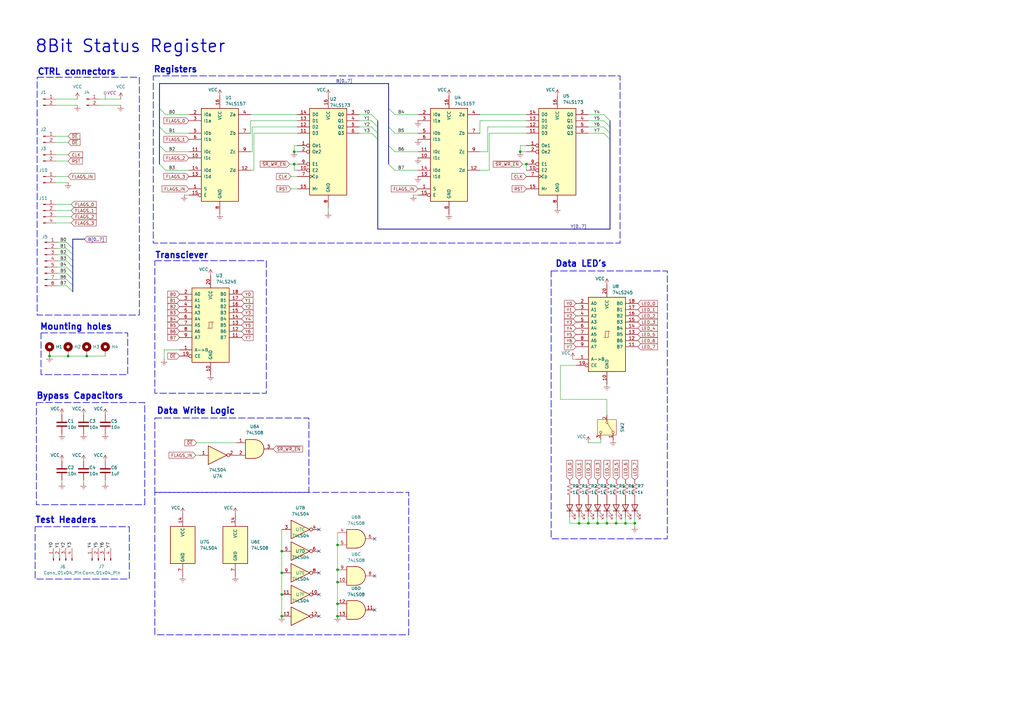
<source format=kicad_sch>
(kicad_sch (version 20231120) (generator "eeschema") (generator_version "8.0")
  (paper "A3")
  (title_block (title "GP Register - SH8") (date "2024-09-24") (rev "1.0") (company "SHMERLARD"))
  (junction (at 245.11 214.63))
  (junction (at 138.43 238.76))
  (junction (at 138.43 233.68))
  (junction (at 120.65 62.23))
  (junction (at 115.57 226.06))
  (junction (at 138.43 252.73))
  (junction (at 115.57 234.95))
  (junction (at 215.9 67.31))
  (junction (at 27.94 146.05))
  (junction (at 115.57 243.84))
  (junction (at 138.43 247.65))
  (junction (at 237.49 214.63))
  (junction (at 241.3 214.63))
  (junction (at 115.57 252.73))
  (junction (at 35.56 146.05))
  (junction (at 256.54 214.63))
  (junction (at 252.73 214.63))
  (junction (at 120.65 67.31))
  (junction (at 20.32 146.05))
  (junction (at 138.43 223.52))
  (junction (at 248.92 214.63))
  (junction (at 260.35 214.63))
  (junction (at 213.36 62.23))
  (no_connect (at 130.81 243.84))
  (no_connect (at 153.67 250.19))
  (no_connect (at 130.81 234.95))
  (no_connect (at 130.81 226.06))
  (no_connect (at 153.67 220.98))
  (no_connect (at 130.81 252.73))
  (no_connect (at 153.67 236.22))
  (no_connect (at 130.81 217.17))
  (bus_entry (at 27.305 117.1575) (size 2.54 2.54))
  (bus_entry (at 161.925 46.99) (size -2.54 -2.54))
  (bus_entry (at 247.65 46.99) (size 2.54 2.54))
  (bus_entry (at 65.405 52.07) (size 2.54 2.54))
  (bus_entry (at 247.65 54.61) (size 2.54 2.54))
  (bus_entry (at 27.305 109.5375) (size 2.54 2.54))
  (bus_entry (at 65.405 59.69) (size 2.54 2.54))
  (bus_entry (at 159.385 67.31) (size 2.54 2.54))
  (bus_entry (at 27.305 101.9175) (size 2.54 2.54))
  (bus_entry (at 27.305 112.0775) (size 2.54 2.54))
  (bus_entry (at 152.4 52.07) (size 2.54 2.54))
  (bus_entry (at 27.305 99.3775) (size 2.54 2.54))
  (bus_entry (at 159.385 59.69) (size 2.54 2.54))
  (bus_entry (at 247.65 49.53) (size 2.54 2.54))
  (bus_entry (at 152.4 46.99) (size 2.54 2.54))
  (bus_entry (at 247.65 52.07) (size 2.54 2.54))
  (bus_entry (at 152.4 54.61) (size 2.54 2.54))
  (bus_entry (at 27.305 106.9975) (size 2.54 2.54))
  (bus_entry (at 67.945 46.99) (size -2.54 -2.54))
  (bus_entry (at 27.305 114.6175) (size 2.54 2.54))
  (bus_entry (at 152.4 49.53) (size 2.54 2.54))
  (bus_entry (at 65.405 67.31) (size 2.54 2.54))
  (bus_entry (at 27.305 104.4575) (size 2.54 2.54))
  (bus_entry (at 159.385 52.07) (size 2.54 2.54))
  (wire (pts (xy 241.3 214.63) (xy 241.3 212.09)))
  (wire (pts (xy 104.14 69.85) (xy 102.87 69.85)))
  (bus (pts (xy 159.385 44.45) (xy 159.385 52.07)))
  (bus (pts (xy 250.19 49.53) (xy 250.19 52.07)))
  (wire (pts (xy 29.21 83.82) (xy 22.86 83.82)))
  (wire (pts (xy 102.87 49.53) (xy 102.87 54.61)))
  (wire (pts (xy 67.945 54.61) (xy 77.47 54.61)))
  (wire (pts (xy 34.29 196.85) (xy 34.29 198.12)))
  (wire (pts (xy 102.87 46.99) (xy 121.92 46.99)))
  (wire (pts (xy 120.65 67.31) (xy 121.92 67.31)))
  (wire (pts (xy 161.925 62.23) (xy 171.45 62.23)))
  (bus (pts (xy 250.19 52.07) (xy 250.19 54.61)))
  (wire (pts (xy 23.495 109.5375) (xy 27.305 109.5375)))
  (wire (pts (xy 120.65 67.31) (xy 120.65 69.85)))
  (bus (pts (xy 29.845 101.9175) (xy 29.845 104.4575)))
  (wire (pts (xy 138.43 233.68) (xy 138.43 238.76)))
  (bus (pts (xy 29.845 109.5375) (xy 29.845 106.9975)))
  (wire (pts (xy 22.86 72.39) (xy 27.94 72.39)))
  (wire (pts (xy 200.025 52.07) (xy 215.9 52.07)))
  (bus (pts (xy 65.405 34.29) (xy 65.405 44.45)))
  (wire (pts (xy 196.85 49.53) (xy 196.85 54.61)))
  (wire (pts (xy 118.745 67.31) (xy 120.65 67.31)))
  (wire (pts (xy 25.4 196.85) (xy 25.4 198.12)))
  (bus (pts (xy 29.845 109.5375) (xy 29.845 112.0775)))
  (wire (pts (xy 241.3 181.61) (xy 246.38 181.61)))
  (wire (pts (xy 213.36 62.23) (xy 213.36 59.69)))
  (bus (pts (xy 29.845 119.6975) (xy 29.845 117.1575)))
  (bus (pts (xy 65.405 44.45) (xy 65.405 52.07)))
  (wire (pts (xy 40.64 43.18) (xy 49.53 43.18)))
  (wire (pts (xy 67.945 69.85) (xy 77.47 69.85)))
  (wire (pts (xy 260.35 214.63) (xy 260.35 212.09)))
  (wire (pts (xy 43.18 196.85) (xy 43.18 198.12)))
  (wire (pts (xy 147.32 54.61) (xy 152.4 54.61)))
  (wire (pts (xy 40.64 40.64) (xy 49.53 40.64)))
  (wire (pts (xy 35.56 146.05) (xy 43.18 146.05)))
  (wire (pts (xy 196.85 62.23) (xy 200.025 62.23)))
  (wire (pts (xy 256.54 214.63) (xy 256.54 212.09)))
  (wire (pts (xy 138.43 247.65) (xy 138.43 252.73)))
  (wire (pts (xy 120.65 69.85) (xy 121.92 69.85)))
  (wire (pts (xy 102.87 62.23) (xy 103.505 62.23)))
  (wire (pts (xy 22.86 58.42) (xy 27.94 58.42)))
  (bus (pts (xy 250.19 57.15) (xy 250.19 93.98)))
  (wire (pts (xy 138.43 218.44) (xy 138.43 223.52)))
  (wire (pts (xy 120.65 62.23) (xy 121.92 62.23)))
  (wire (pts (xy 213.36 62.23) (xy 215.9 62.23)))
  (wire (pts (xy 200.66 54.61) (xy 200.66 69.85)))
  (bus (pts (xy 154.94 57.15) (xy 154.94 93.98)))
  (wire (pts (xy 260.35 214.63) (xy 256.54 214.63)))
  (wire (pts (xy 27.94 146.05) (xy 35.56 146.05)))
  (wire (pts (xy 23.495 99.3775) (xy 27.305 99.3775)))
  (wire (pts (xy 119.38 77.47) (xy 121.92 77.47)))
  (wire (pts (xy 23.495 112.0775) (xy 27.305 112.0775)))
  (wire (pts (xy 200.025 62.23) (xy 200.025 52.07)))
  (wire (pts (xy 237.49 214.63) (xy 237.49 212.09)))
  (wire (pts (xy 29.21 91.44) (xy 22.86 91.44)))
  (wire (pts (xy 22.86 55.88) (xy 27.94 55.88)))
  (bus (pts (xy 29.845 112.0775) (xy 29.845 114.6175)))
  (wire (pts (xy 147.32 52.07) (xy 152.4 52.07)))
  (bus (pts (xy 65.405 59.69) (xy 65.405 67.31)))
  (wire (pts (xy 138.43 223.52) (xy 138.43 233.68)))
  (wire (pts (xy 241.3 54.61) (xy 247.65 54.61)))
  (wire (pts (xy 115.57 226.06) (xy 115.57 234.95)))
  (wire (pts (xy 241.3 46.99) (xy 247.65 46.99)))
  (wire (pts (xy 241.3 49.53) (xy 247.65 49.53)))
  (wire (pts (xy 103.505 52.07) (xy 121.92 52.07)))
  (wire (pts (xy 134.62 85.09) (xy 134.62 86.995)))
  (wire (pts (xy 200.66 54.61) (xy 215.9 54.61)))
  (wire (pts (xy 138.43 238.76) (xy 138.43 247.65)))
  (wire (pts (xy 29.21 86.36) (xy 22.86 86.36)))
  (wire (pts (xy 252.73 214.63) (xy 256.54 214.63)))
  (bus (pts (xy 65.405 52.07) (xy 65.405 59.69)))
  (wire (pts (xy 29.21 88.9) (xy 22.86 88.9)))
  (wire (pts (xy 103.505 62.23) (xy 103.505 52.07)))
  (bus (pts (xy 159.385 34.29) (xy 159.385 44.45)))
  (wire (pts (xy 237.49 214.63) (xy 241.3 214.63)))
  (wire (pts (xy 23.495 114.6175) (xy 27.305 114.6175)))
  (bus (pts (xy 29.845 106.9975) (xy 29.845 104.4575)))
  (wire (pts (xy 215.9 67.31) (xy 214.3125 67.31)))
  (wire (pts (xy 115.57 234.95) (xy 115.57 243.84)))
  (wire (pts (xy 213.36 59.69) (xy 215.9 59.69)))
  (wire (pts (xy 234.95 147.32) (xy 236.22 147.32)))
  (wire (pts (xy 67.945 46.99) (xy 77.47 46.99)))
  (bus (pts (xy 154.94 52.07) (xy 154.94 54.61)))
  (bus (pts (xy 29.845 101.9175) (xy 29.845 98.1075)))
  (wire (pts (xy 115.57 243.84) (xy 115.57 252.73)))
  (wire (pts (xy 196.85 46.99) (xy 215.9 46.99)))
  (wire (pts (xy 104.14 54.61) (xy 121.92 54.61)))
  (wire (pts (xy 215.9 69.85) (xy 215.9 67.31)))
  (wire (pts (xy 80.645 181.61) (xy 96.8375 181.61)))
  (wire (pts (xy 161.925 54.61) (xy 171.45 54.61)))
  (wire (pts (xy 200.66 69.85) (xy 196.85 69.85)))
  (wire (pts (xy 23.495 101.9175) (xy 27.305 101.9175)))
  (wire (pts (xy 233.68 214.63) (xy 237.49 214.63)))
  (wire (pts (xy 104.14 54.61) (xy 104.14 69.85)))
  (wire (pts (xy 120.65 59.69) (xy 120.65 62.23)))
  (wire (pts (xy 67.945 62.23) (xy 77.47 62.23)))
  (wire (pts (xy 22.86 63.5) (xy 27.94 63.5)))
  (wire (pts (xy 252.73 214.63) (xy 252.73 212.09)))
  (wire (pts (xy 115.57 217.17) (xy 115.57 226.06)))
  (wire (pts (xy 246.38 180.34) (xy 246.38 181.61)))
  (wire (pts (xy 22.86 66.04) (xy 27.94 66.04)))
  (wire (pts (xy 260.35 215.9) (xy 260.35 214.63)))
  (wire (pts (xy 245.11 214.63) (xy 248.92 214.63)))
  (wire (pts (xy 196.85 49.53) (xy 215.9 49.53)))
  (wire (pts (xy 75.565 80.01) (xy 77.47 80.01)))
  (wire (pts (xy 147.32 49.53) (xy 152.4 49.53)))
  (wire (pts (xy 245.11 214.63) (xy 245.11 212.09)))
  (wire (pts (xy 248.92 214.63) (xy 248.92 212.09)))
  (wire (pts (xy 23.495 106.9975) (xy 27.305 106.9975)))
  (bus (pts (xy 154.94 49.53) (xy 154.94 52.07)))
  (bus (pts (xy 154.94 93.98) (xy 250.19 93.98)))
  (wire (pts (xy 233.68 214.63) (xy 233.68 212.09)))
  (bus (pts (xy 29.845 98.1075) (xy 34.6075 98.1075)))
  (bus (pts (xy 154.94 54.61) (xy 154.94 57.15)))
  (wire (pts (xy 229.87 163.83) (xy 229.87 149.86)))
  (wire (pts (xy 67.31 147.32) (xy 67.31 143.51)))
  (wire (pts (xy 102.87 49.53) (xy 121.92 49.53)))
  (wire (pts (xy 248.92 214.63) (xy 252.73 214.63)))
  (wire (pts (xy 229.87 149.86) (xy 236.22 149.86)))
  (bus (pts (xy 159.385 59.69) (xy 159.385 67.31)))
  (wire (pts (xy 80.3275 186.69) (xy 81.5975 186.69)))
  (wire (pts (xy 121.92 59.69) (xy 120.65 59.69)))
  (wire (pts (xy 119.38 72.39) (xy 121.92 72.39)))
  (bus (pts (xy 29.845 117.1575) (xy 29.845 114.6175)))
  (bus (pts (xy 65.405 34.29) (xy 159.385 34.29)))
  (wire (pts (xy 241.3 52.07) (xy 247.65 52.07)))
  (wire (pts (xy 169.545 80.01) (xy 171.45 80.01)))
  (bus (pts (xy 159.385 52.07) (xy 159.385 59.69)))
  (wire (pts (xy 67.31 143.51) (xy 73.66 143.51)))
  (wire (pts (xy 20.32 146.05) (xy 27.94 146.05)))
  (wire (pts (xy 23.495 104.4575) (xy 27.305 104.4575)))
  (wire (pts (xy 147.32 46.99) (xy 152.4 46.99)))
  (wire (pts (xy 22.86 40.64) (xy 31.75 40.64)))
  (wire (pts (xy 23.495 117.1575) (xy 27.305 117.1575)))
  (wire (pts (xy 161.925 69.85) (xy 171.45 69.85)))
  (wire (pts (xy 161.925 46.99) (xy 171.45 46.99)))
  (wire (pts (xy 241.3 214.63) (xy 245.11 214.63)))
  (wire (pts (xy 22.86 74.93) (xy 27.94 74.93)))
  (wire (pts (xy 248.92 163.83) (xy 229.87 163.83)))
  (wire (pts (xy 248.92 163.83) (xy 248.92 170.18)))
  (bus (pts (xy 250.19 54.61) (xy 250.19 57.15)))
  (wire (pts (xy 22.86 43.18) (xy 31.75 43.18)))
  (rectangle (start 63.5 106.934) (end 109.22 161.29) (stroke (width 0.254) (type dash)))
  (rectangle (start 15.24 31.6865) (end 57.15 129.2225) (stroke (width 0.254) (type dash)))
  (rectangle (start 63.5 201.93) (end 167.64 260.35) (stroke (width 0.254) (type dash)))
  (rectangle (start 16.8275 136.525) (end 52.3875 153.67) (stroke (width 0.254) (type dash)))
  (rectangle (start 14.9225 165.1) (end 59.3725 207.01) (stroke (width 0.254) (type dash)))
  (rectangle (start 14.4145 216.027) (end 53.0225 237.49) (stroke (width 0.254) (type dash)))
  (rectangle (start 63.5 171.45) (end 126.6825 201.93) (stroke (width 0.254) (type dash)))
  (rectangle (start 226.06 111.125) (end 273.685 220.98) (stroke (width 0.254) (type dash)))
  (rectangle (start 62.865 31.115) (end 254.3175 99.695) (stroke (width 0.254) (type dash)))
  (text "8Bit Status Register" (at 14.224 19.05 0) (effects (font (size 5.08 5.08) (thickness 0.508) (bold yes)) (justify left)))
  (text "Bypass Capacitors\n" (at 14.7955 162.433 0) (effects (font (size 2.54 2.54) (thickness 0.508) (bold yes)) (justify left)))
  (text "Registers" (at 62.865 28.575 0) (effects (font (size 2.54 2.54) (thickness 0.508) (bold yes)) (justify left)))
  (text "Mounting holes" (at 16.256 134.112 0) (effects (font (size 2.54 2.54) (thickness 0.508) (bold yes)) (justify left)))
  (text "Data LED's\n" (at 227.6475 108.2675 0) (effects (font (size 2.54 2.54) (thickness 0.508) (bold yes)) (justify left)))
  (text "Test Headers" (at 14.2875 213.36 0) (effects (font (size 2.54 2.54) (thickness 0.508) (bold yes)) (justify left)))
  (text "Data Write Logic\n" (at 64.135 168.5925 0) (effects (font (size 2.54 2.54) (thickness 0.508) (bold yes)) (justify left)))
  (text "CTRL connectors\n" (at 15.24 29.5275 0) (effects (font (size 2.54 2.54) (thickness 0.508) (bold yes)) (justify left)))
  (text "Transciever\n" (at 63.5 104.775 0) (effects (font (size 2.54 2.54) (thickness 0.508) (bold yes)) (justify left)))
  (label "B0" (at 27.305 99.3775 180))
  (label "B2" (at 27.305 104.4575 180))
  (label "B1" (at 69.215 54.61 0))
  (label "B0" (at 69.215 46.99 0))
  (label "Y1" (at 24.4475 224.79 90))
  (label "B6" (at 27.305 114.6175 180))
  (label "B3" (at 69.215 69.85 0))
  (label "Y6" (at 42.8625 224.79 90))
  (label "Y2" (at 26.9875 224.79 90))
  (label "Y6" (at 246.0625 52.07 180))
  (label "B7" (at 163.195 69.85 0))
  (label "B[0..7]" (at 137.795 34.29 0))
  (label "B5" (at 163.195 54.61 0))
  (label "B4" (at 27.305 109.5375 180))
  (label "B4" (at 163.195 46.99 0))
  (label "Y0" (at 151.765 46.99 180))
  (label "B5" (at 27.305 112.0775 180))
  (label "Y0" (at 21.9075 224.79 90))
  (label "Y[0..7]" (at 233.9975 93.98 0))
  (label "Y5" (at 246.0625 49.53 180))
  (label "B1" (at 27.305 101.9175 180))
  (label "Y4" (at 246.0625 46.99 180))
  (label "Y1" (at 151.765 49.53 180))
  (label "Y3" (at 151.765 54.61 180))
  (label "B7" (at 27.305 117.1575 180))
  (label "B3" (at 27.305 106.9975 180))
  (label "Y7" (at 246.0625 54.61 180))
  (label "Y4" (at 37.7825 224.79 90))
  (label "Y5" (at 40.3225 224.79 90))
  (label "Y3" (at 29.5275 224.79 90))
  (label "Y7" (at 45.4025 224.79 90))
  (label "Y2" (at 151.765 52.07 180))
  (label "B2" (at 69.215 62.23 0))
  (label "B6" (at 163.195 62.23 0))
  (global_label "FLAGS_IN" (shape input) (at 171.45 77.47 180) (property "Intersheetrefs" "${INTERSHEET_REFS}" (effects (hide yes))))
  (global_label "B2" (shape input) (at 73.66 125.73 180) (property "Intersheetrefs" "${INTERSHEET_REFS}" (effects (hide yes))))
  (global_label "Y1" (shape input) (at 99.06 123.19 0) (property "Intersheetrefs" "${INTERSHEET_REFS}" (effects (hide yes))))
  (global_label "FLAGS_1" (shape input) (at 29.21 86.36 0) (property "Intersheetrefs" "${INTERSHEET_REFS}" (effects (hide yes))))
  (global_label "~{DE}" (shape input) (at 27.94 55.88 0) (property "Intersheetrefs" "${INTERSHEET_REFS}" (effects (hide yes))))
  (global_label "B1" (shape input) (at 73.66 123.19 180) (property "Intersheetrefs" "${INTERSHEET_REFS}" (effects (hide yes))))
  (global_label "RST" (shape input) (at 215.9 77.47 180) (property "Intersheetrefs" "${INTERSHEET_REFS}" (effects (hide yes))))
  (global_label "Y4" (shape input) (at 236.22 134.62 180) (property "Intersheetrefs" "${INTERSHEET_REFS}" (effects (hide yes))))
  (global_label "B0" (shape input) (at 73.66 120.65 180) (property "Intersheetrefs" "${INTERSHEET_REFS}" (effects (hide yes))))
  (global_label "Y0" (shape input) (at 236.22 124.46 180) (property "Intersheetrefs" "${INTERSHEET_REFS}" (effects (hide yes))))
  (global_label "CLK" (shape input) (at 215.9 72.39 180) (property "Intersheetrefs" "${INTERSHEET_REFS}" (effects (hide yes))))
  (global_label "Y1" (shape input) (at 236.22 127 180) (property "Intersheetrefs" "${INTERSHEET_REFS}" (effects (hide yes))))
  (global_label "FLAGS_2" (shape input) (at 77.47 64.77 180) (property "Intersheetrefs" "${INTERSHEET_REFS}" (effects (hide yes))))
  (global_label "LED_7" (shape input) (at 261.62 142.24 0) (property "Intersheetrefs" "${INTERSHEET_REFS}" (effects (hide yes))))
  (global_label "LED_5" (shape input) (at 261.62 137.16 0) (property "Intersheetrefs" "${INTERSHEET_REFS}" (effects (hide yes))))
  (global_label "Y7" (shape input) (at 236.22 142.24 180) (property "Intersheetrefs" "${INTERSHEET_REFS}" (effects (hide yes))))
  (global_label "~{DE}" (shape input) (at 80.645 181.61 180) (property "Intersheetrefs" "${INTERSHEET_REFS}" (effects (hide yes))))
  (global_label "LED_1" (shape input) (at 237.49 196.85 90) (property "Intersheetrefs" "${INTERSHEET_REFS}" (effects (hide yes))))
  (global_label "B3" (shape input) (at 73.66 128.27 180) (property "Intersheetrefs" "${INTERSHEET_REFS}" (effects (hide yes))))
  (global_label "Y6" (shape input) (at 99.06 135.89 0) (property "Intersheetrefs" "${INTERSHEET_REFS}" (effects (hide yes))))
  (global_label "FLAGS_IN" (shape input) (at 80.3275 186.69 180) (property "Intersheetrefs" "${INTERSHEET_REFS}" (effects (hide yes))))
  (global_label "LED_3" (shape input) (at 261.62 132.08 0) (property "Intersheetrefs" "${INTERSHEET_REFS}" (effects (hide yes))))
  (global_label "Y4" (shape input) (at 99.06 130.81 0) (property "Intersheetrefs" "${INTERSHEET_REFS}" (effects (hide yes))))
  (global_label "LED_4" (shape input) (at 248.92 196.85 90) (property "Intersheetrefs" "${INTERSHEET_REFS}" (effects (hide yes))))
  (global_label "LED_1" (shape input) (at 261.62 127 0) (property "Intersheetrefs" "${INTERSHEET_REFS}" (effects (hide yes))))
  (global_label "FLAGS_1" (shape input) (at 77.47 57.15 180) (property "Intersheetrefs" "${INTERSHEET_REFS}" (effects (hide yes))))
  (global_label "LED_7" (shape input) (at 260.35 196.85 90) (property "Intersheetrefs" "${INTERSHEET_REFS}" (effects (hide yes))))
  (global_label "FLAGS_IN" (shape input) (at 27.94 72.39 0) (property "Intersheetrefs" "${INTERSHEET_REFS}" (effects (hide yes))))
  (global_label "LED_6" (shape input) (at 261.62 139.7 0) (property "Intersheetrefs" "${INTERSHEET_REFS}" (effects (hide yes))))
  (global_label "Y6" (shape input) (at 236.22 139.7 180) (property "Intersheetrefs" "${INTERSHEET_REFS}" (effects (hide yes))))
  (global_label "LED_0" (shape input) (at 261.62 124.46 0) (property "Intersheetrefs" "${INTERSHEET_REFS}" (effects (hide yes))))
  (global_label "Y0" (shape input) (at 99.06 120.65 0) (property "Intersheetrefs" "${INTERSHEET_REFS}" (effects (hide yes))))
  (global_label "FLAGS_0" (shape input) (at 77.47 49.53 180) (property "Intersheetrefs" "${INTERSHEET_REFS}" (effects (hide yes))))
  (global_label "LED_2" (shape input) (at 241.3 196.85 90) (property "Intersheetrefs" "${INTERSHEET_REFS}" (effects (hide yes))))
  (global_label "Y5" (shape input) (at 99.06 133.35 0) (property "Intersheetrefs" "${INTERSHEET_REFS}" (effects (hide yes))))
  (global_label "LED_3" (shape input) (at 245.11 196.85 90) (property "Intersheetrefs" "${INTERSHEET_REFS}" (effects (hide yes))))
  (global_label "CLK" (shape input) (at 27.94 63.5 0) (property "Intersheetrefs" "${INTERSHEET_REFS}" (effects (hide yes))))
  (global_label "B6" (shape input) (at 73.66 135.89 180) (property "Intersheetrefs" "${INTERSHEET_REFS}" (effects (hide yes))))
  (global_label "LED_4" (shape input) (at 261.62 134.62 0) (property "Intersheetrefs" "${INTERSHEET_REFS}" (effects (hide yes))))
  (global_label "Y5" (shape input) (at 236.22 137.16 180) (property "Intersheetrefs" "${INTERSHEET_REFS}" (effects (hide yes))))
  (global_label "~{SR_WR_EN}" (shape input) (at 214.3125 67.31 180) (property "Intersheetrefs" "${INTERSHEET_REFS}" (effects (hide yes))))
  (global_label "~{SR_WR_EN}" (shape input) (at 112.0775 184.15 0) (property "Intersheetrefs" "${INTERSHEET_REFS}" (effects (hide yes))))
  (global_label "FLAGS_0" (shape input) (at 29.21 83.82 0) (property "Intersheetrefs" "${INTERSHEET_REFS}" (effects (hide yes))))
  (global_label "B7" (shape input) (at 73.66 138.43 180) (property "Intersheetrefs" "${INTERSHEET_REFS}" (effects (hide yes))))
  (global_label "FLAGS_3" (shape input) (at 77.47 72.39 180) (property "Intersheetrefs" "${INTERSHEET_REFS}" (effects (hide yes))))
  (global_label "LED_0" (shape input) (at 233.68 196.85 90) (property "Intersheetrefs" "${INTERSHEET_REFS}" (effects (hide yes))))
  (global_label "~{OE}" (shape input) (at 73.66 146.05 180) (property "Intersheetrefs" "${INTERSHEET_REFS}" (effects (hide yes))))
  (global_label "Y2" (shape input) (at 99.06 125.73 0) (property "Intersheetrefs" "${INTERSHEET_REFS}" (effects (hide yes))))
  (global_label "CLK" (shape input) (at 119.38 72.39 180) (property "Intersheetrefs" "${INTERSHEET_REFS}" (effects (hide yes))))
  (global_label "B5" (shape input) (at 73.66 133.35 180) (property "Intersheetrefs" "${INTERSHEET_REFS}" (effects (hide yes))))
  (global_label "Y3" (shape input) (at 99.06 128.27 0) (property "Intersheetrefs" "${INTERSHEET_REFS}" (effects (hide yes))))
  (global_label "RST" (shape input) (at 119.38 77.47 180) (property "Intersheetrefs" "${INTERSHEET_REFS}" (effects (hide yes))))
  (global_label "B4" (shape input) (at 73.66 130.81 180) (property "Intersheetrefs" "${INTERSHEET_REFS}" (effects (hide yes))))
  (global_label "FLAGS_2" (shape input) (at 29.21 88.9 0) (property "Intersheetrefs" "${INTERSHEET_REFS}" (effects (hide yes))))
  (global_label "Y3" (shape input) (at 236.22 132.08 180) (property "Intersheetrefs" "${INTERSHEET_REFS}" (effects (hide yes))))
  (global_label "LED_6" (shape input) (at 256.54 196.85 90) (property "Intersheetrefs" "${INTERSHEET_REFS}" (effects (hide yes))))
  (global_label "~{OE}" (shape input) (at 27.94 58.42 0) (property "Intersheetrefs" "${INTERSHEET_REFS}" (effects (hide yes))))
  (global_label "LED_2" (shape input) (at 261.62 129.54 0) (property "Intersheetrefs" "${INTERSHEET_REFS}" (effects (hide yes))))
  (global_label "Y2" (shape input) (at 236.22 129.54 180) (property "Intersheetrefs" "${INTERSHEET_REFS}" (effects (hide yes))))
  (global_label "LED_5" (shape input) (at 252.73 196.85 90) (property "Intersheetrefs" "${INTERSHEET_REFS}" (effects (hide yes))))
  (global_label "~{SR_WR_EN}" (shape input) (at 118.745 67.31 180) (property "Intersheetrefs" "${INTERSHEET_REFS}" (effects (hide yes))))
  (global_label "RST" (shape input) (at 27.94 66.04 0) (property "Intersheetrefs" "${INTERSHEET_REFS}" (effects (hide yes))))
  (global_label "FLAGS_IN" (shape input) (at 77.47 77.47 180) (property "Intersheetrefs" "${INTERSHEET_REFS}" (effects (hide yes))))
  (global_label "Y7" (shape input) (at 99.06 138.43 0) (property "Intersheetrefs" "${INTERSHEET_REFS}" (effects (hide yes))))
  (global_label "FLAGS_3" (shape input) (at 29.21 91.44 0) (property "Intersheetrefs" "${INTERSHEET_REFS}" (effects (hide yes))))
  (global_label "B[0..7]" (shape input) (at 34.6075 98.1075 0) (property "Intersheetrefs" "${INTERSHEET_REFS}" (effects (hide yes))))
  (netclass_flag "" (length 2.54) (shape round) (at 43.18 40.64 0) (property "Netclass" "VCC" (at 43.8785 38.1 0) (effects (font (italic yes)) (justify left))))
  (symbol (lib_id "power:Earth") (at 20.32 146.05 0) (unit 1)
    (property "Reference" "#PWR018" (effects (hide yes)))
    (property "Value" "GND" (effects (hide yes)))
    (property "Description" "Power symbol creates a global label with name \"Earth\"" (effects (hide yes)))
  )
  (symbol (lib_id "Connector:Conn_01x04_Pin") (at 17.78 86.36 0) (unit 1)
    (property "Reference" "J11" (at 17.78 81.28 0))
    (property "Value" "Conn_01x04_Pin" (effects (hide yes)))
    (property "Footprint" "Connector_JST:JST_XH_S4B-XH-A-1_1x04_P2.50mm_Horizontal" (effects (hide yes)))
    (property "Description" "Generic connector, single row, 01x04, script generated" (effects (hide yes)))
  )
  (symbol (lib_id "power:Earth") (at 75.565 80.01 0) (unit 1)
    (property "Reference" "#PWR015" (effects (hide yes)))
    (property "Value" "GND" (effects (hide yes)))
    (property "Description" "Power symbol creates a global label with name \"Earth\"" (effects (hide yes)))
  )
  (symbol (lib_id "power:Earth") (at 34.29 177.8 0) (unit 1)
    (property "Reference" "#PWR04" (effects (hide yes)))
    (property "Value" "GND" (effects (hide yes)))
    (property "Description" "Power symbol creates a global label with name \"Earth\"" (effects (hide yes)))
  )
  (symbol (lib_id "power:Earth") (at 134.62 86.995 0) (unit 1)
    (property "Reference" "#PWR022" (effects (hide yes)))
    (property "Value" "GND" (effects (hide yes)))
    (property "Description" "Power symbol creates a global label with name \"Earth\"" (effects (hide yes)))
  )
  (symbol (lib_id "power:Earth") (at 90.17 87.63 0) (unit 1)
    (property "Reference" "#PWR017" (effects (hide yes)))
    (property "Value" "GND" (effects (hide yes)))
    (property "Description" "Power symbol creates a global label with name \"Earth\"" (effects (hide yes)))
  )
  (symbol (lib_id "Device:R_US") (at 237.49 200.66 0) (unit 1)
    (property "Reference" "R1" (at 238.506 199.39 0) (effects (justify left)))
    (property "Value" "1k" (at 238.506 201.93 0) (effects (justify left)))
    (property "Footprint" "Resistor_SMD:R_1206_3216Metric_Pad1.30x1.75mm_HandSolder" (effects (hide yes)))
    (property "Description" "Resistor, US symbol" (effects (hide yes)))
  )
  (symbol (lib_id "power:Earth") (at 213.36 62.23 0) (unit 1)
    (property "Reference" "#PWR040" (effects (hide yes)))
    (property "Value" "GND" (effects (hide yes)))
    (property "Description" "Power symbol creates a global label with name \"Earth\"" (effects (hide yes)))
  )
  (symbol (lib_id "74xx:74LS08") (at 146.05 236.22 0) (unit 3)
    (property "Reference" "U6" (at 146.0417 227.33 0))
    (property "Value" "74LS08" (at 146.0417 229.87 0))
    (property "Footprint" "Package_DIP:DIP-14_W7.62mm_Socket_LongPads" (effects (hide yes)))
    (property "Datasheet" "http://www.ti.com/lit/gpn/sn74LS08" (effects (hide yes)))
    (property "Description" "Quad And2" (effects (hide yes)))
  )
  (symbol (lib_id "74xx:74LS173") (at 134.62 62.23 0) (unit 1)
    (property "Reference" "U2" (at 135.255 40.64 0) (effects (justify left)))
    (property "Value" "74LS173" (at 135.255 43.18 0) (effects (justify left)))
    (property "Footprint" "Package_DIP:DIP-16_W7.62mm_Socket_LongPads" (effects (hide yes)))
    (property "Datasheet" "http://www.ti.com/lit/gpn/sn74LS173" (effects (hide yes)))
    (property "Description" "4-bit D-type Register, 3 state out" (effects (hide yes)))
  )
  (symbol (lib_id "power:VCC") (at 74.93 210.82 0) (unit 1)
    (property "Reference" "#PWR030" (effects (hide yes)))
    (property "Value" "VCC" (at 72.136 208.28 0))
    (property "Description" "Power symbol creates a global label with name \"VCC\"" (effects (hide yes)))
  )
  (symbol (lib_id "power:Earth") (at 228.6 85.09 0) (unit 1)
    (property "Reference" "#PWR042" (effects (hide yes)))
    (property "Value" "GND" (effects (hide yes)))
    (property "Description" "Power symbol creates a global label with name \"Earth\"" (effects (hide yes)))
  )
  (symbol (lib_id "power:Earth") (at 67.31 147.32 0) (unit 1)
    (property "Reference" "#PWR037" (effects (hide yes)))
    (property "Value" "GND" (effects (hide yes)))
    (property "Description" "Power symbol creates a global label with name \"Earth\"" (effects (hide yes)))
  )
  (symbol (lib_id "Device:C") (at 43.18 193.04 0) (unit 1)
    (property "Reference" "C6" (at 45.466 191.77 0) (effects (justify left)))
    (property "Value" "1uF" (at 45.466 194.31 0) (effects (justify left)))
    (property "Footprint" "Capacitor_THT:C_Radial_D6.3mm_H11.0mm_P2.50mm" (effects (hide yes)))
    (property "Description" "Unpolarized capacitor" (effects (hide yes)))
  )
  (symbol (lib_id "Device:LED") (at 241.3 208.28 90) (unit 1)
    (property "Reference" "D2" (effects (hide yes)))
    (property "Value" "LED" (effects (hide yes)))
    (property "Footprint" "LED_THT:LED_Rectangular_W3.0mm_H2.0mm" (effects (hide yes)))
    (property "Description" "Light emitting diode" (effects (hide yes)))
  )
  (symbol (lib_id "power:Earth") (at 25.4 198.12 0) (unit 1)
    (property "Reference" "#PWR07" (effects (hide yes)))
    (property "Value" "GND" (effects (hide yes)))
    (property "Description" "Power symbol creates a global label with name \"Earth\"" (effects (hide yes)))
  )
  (symbol (lib_id "Mechanical:MountingHole_Pad") (at 20.32 143.51 0) (unit 1) (exclude_from_sim yes) (in_bom no)
    (property "Reference" "H1" (at 22.86 142.2399 0) (effects (justify left)))
    (property "Value" "MountingHole_Pad" (effects (hide yes)))
    (property "Footprint" "MountingHole:MountingHole_2.2mm_M2_DIN965_Pad" (effects (hide yes)))
    (property "Description" "Mounting Hole with connection" (effects (hide yes)))
  )
  (symbol (lib_id "74xx:74LS04") (at 123.19 217.17 0) (unit 2)
    (property "Reference" "U7" (at 123.19 208.28 0))
    (property "Value" "74LS04" (at 123.19 210.82 0))
    (property "Footprint" "Package_DIP:DIP-14_W7.62mm_Socket_LongPads" (effects (hide yes)))
    (property "Datasheet" "http://www.ti.com/lit/gpn/sn74LS04" (effects (hide yes)))
    (property "Description" "Hex Inverter" (effects (hide yes)))
  )
  (symbol (lib_id "Connector:Conn_01x08_Pin") (at 18.415 106.9975 0) (unit 1)
    (property "Reference" "J5" (at 18.415 97.0915 0))
    (property "Value" "Conn_01x08_Pin" (effects (hide yes)))
    (property "Footprint" "Connector_JST:JST_XH_S8B-XH-A-1_1x08_P2.50mm_Horizontal" (effects (hide yes)))
    (property "Description" "Generic connector, single row, 01x08, script generated" (effects (hide yes)))
  )
  (symbol (lib_id "Device:R_US") (at 245.11 200.66 0) (unit 1)
    (property "Reference" "R3" (at 246.126 199.39 0) (effects (justify left)))
    (property "Value" "1k" (at 246.126 201.93 0) (effects (justify left)))
    (property "Footprint" "Resistor_SMD:R_1206_3216Metric_Pad1.30x1.75mm_HandSolder" (effects (hide yes)))
    (property "Description" "Resistor, US symbol" (effects (hide yes)))
  )
  (symbol (lib_id "74xx:74LS157") (at 184.15 62.23 0) (unit 1)
    (property "Reference" "U4" (at 186.3441 40.005 0) (effects (justify left)))
    (property "Value" "74LS157" (at 186.3441 42.545 0) (effects (justify left)))
    (property "Footprint" "Package_DIP:DIP-16_W7.62mm_Socket_LongPads" (effects (hide yes)))
    (property "Datasheet" "http://www.ti.com/lit/gpn/sn74LS157" (effects (hide yes)))
    (property "Description" "Quad 2 to 1 line Multiplexer" (effects (hide yes)))
  )
  (symbol (lib_id "Connector:Conn_01x02_Pin") (at 17.78 63.5 0) (unit 1)
    (property "Reference" "J3" (at 17.78 60.96 0))
    (property "Value" "Conn_01x02_Pin" (effects (hide yes)))
    (property "Footprint" "Connector_JST:JST_XH_S2B-XH-A-1_1x02_P2.50mm_Horizontal" (effects (hide yes)))
    (property "Description" "Generic connector, single row, 01x02, script generated" (effects (hide yes)))
  )
  (symbol (lib_id "Connector:Conn_01x02_Pin") (at 35.56 40.64 0) (unit 1)
    (property "Reference" "J4" (at 35.56 37.846 0))
    (property "Value" "Conn_01x02_Pin" (effects (hide yes)))
    (property "Footprint" "Connector_JST:JST_XH_S2B-XH-A-1_1x02_P2.50mm_Horizontal" (effects (hide yes)))
    (property "Description" "Generic connector, single row, 01x02, script generated" (effects (hide yes)))
  )
  (symbol (lib_id "power:VCC") (at 228.6 39.37 0) (unit 1)
    (property "Reference" "#PWR041" (effects (hide yes)))
    (property "Value" "VCC" (at 225.806 36.83 0))
    (property "Description" "Power symbol creates a global label with name \"VCC\"" (effects (hide yes)))
  )
  (symbol (lib_id "power:Earth") (at 34.29 198.12 0) (unit 1)
    (property "Reference" "#PWR08" (effects (hide yes)))
    (property "Value" "GND" (effects (hide yes)))
    (property "Description" "Power symbol creates a global label with name \"Earth\"" (effects (hide yes)))
  )
  (symbol (lib_id "74xx:74LS04") (at 123.19 243.84 0) (unit 5)
    (property "Reference" "U7" (at 123.19 234.95 0))
    (property "Value" "74LS04" (at 123.19 237.49 0))
    (property "Footprint" "Package_DIP:DIP-14_W7.62mm_Socket_LongPads" (effects (hide yes)))
    (property "Datasheet" "http://www.ti.com/lit/gpn/sn74LS04" (effects (hide yes)))
    (property "Description" "Hex Inverter" (effects (hide yes)))
  )
  (symbol (lib_id "Device:R_US") (at 252.73 200.66 0) (unit 1)
    (property "Reference" "R5" (at 253.746 199.39 0) (effects (justify left)))
    (property "Value" "1k" (at 253.746 201.93 0) (effects (justify left)))
    (property "Footprint" "Resistor_SMD:R_1206_3216Metric_Pad1.30x1.75mm_HandSolder" (effects (hide yes)))
    (property "Description" "Resistor, US symbol" (effects (hide yes)))
  )
  (symbol (lib_id "power:Earth") (at 49.53 43.18 0) (unit 1)
    (property "Reference" "#PWR036" (effects (hide yes)))
    (property "Value" "GND" (effects (hide yes)))
    (property "Description" "Power symbol creates a global label with name \"Earth\"" (effects (hide yes)))
  )
  (symbol (lib_id "power:Earth") (at 248.92 157.48 0) (unit 1)
    (property "Reference" "#PWR045" (effects (hide yes)))
    (property "Value" "GND" (effects (hide yes)))
    (property "Description" "Power symbol creates a global label with name \"Earth\"" (effects (hide yes)))
  )
  (symbol (lib_id "74xx:74LS04") (at 123.19 252.73 0) (unit 6)
    (property "Reference" "U7" (at 123.19 243.84 0))
    (property "Value" "74LS04" (at 123.19 246.38 0))
    (property "Footprint" "Package_DIP:DIP-14_W7.62mm_Socket_LongPads" (effects (hide yes)))
    (property "Datasheet" "http://www.ti.com/lit/gpn/sn74LS04" (effects (hide yes)))
    (property "Description" "Hex Inverter" (effects (hide yes)))
  )
  (symbol (lib_id "Device:LED") (at 245.11 208.28 90) (unit 1)
    (property "Reference" "D3" (effects (hide yes)))
    (property "Value" "LED" (effects (hide yes)))
    (property "Footprint" "LED_THT:LED_Rectangular_W3.0mm_H2.0mm" (effects (hide yes)))
    (property "Description" "Light emitting diode" (effects (hide yes)))
  )
  (symbol (lib_id "74xx:74LS245") (at 86.36 133.35 0) (unit 1)
    (property "Reference" "U3" (at 88.5541 113.03 0) (effects (justify left)))
    (property "Value" "74LS245" (at 88.5541 115.57 0) (effects (justify left)))
    (property "Footprint" "Package_DIP:DIP-20_W7.62mm_Socket_LongPads" (effects (hide yes)))
    (property "Datasheet" "http://www.ti.com/lit/gpn/sn74LS245" (effects (hide yes)))
    (property "Description" "Octal BUS Transceivers, 3-State outputs" (effects (hide yes)))
  )
  (symbol (lib_id "74xx:74LS04") (at 74.93 223.52 0) (unit 7)
    (property "Reference" "U7" (at 81.915 222.2499 0) (effects (justify left)))
    (property "Value" "74LS04" (at 81.915 224.7899 0) (effects (justify left)))
    (property "Footprint" "Package_DIP:DIP-14_W7.62mm_Socket_LongPads" (effects (hide yes)))
    (property "Datasheet" "http://www.ti.com/lit/gpn/sn74LS04" (effects (hide yes)))
    (property "Description" "Hex Inverter" (effects (hide yes)))
  )
  (symbol (lib_id "Connector:Conn_01x04_Pin") (at 40.3225 229.87 90) (unit 1)
    (property "Reference" "J7" (at 41.5925 232.41 90))
    (property "Value" "Conn_01x04_Pin" (at 41.5925 234.95 90))
    (property "Footprint" "Connector_PinHeader_2.54mm:PinHeader_1x04_P2.54mm_Vertical" (effects (hide yes)))
    (property "Description" "Generic connector, single row, 01x04, script generated" (effects (hide yes)))
  )
  (symbol (lib_id "Connector:Conn_01x02_Pin") (at 17.78 72.39 0) (unit 1)
    (property "Reference" "J10" (at 17.78 69.85 0))
    (property "Value" "Conn_01x02_Pin" (effects (hide yes)))
    (property "Footprint" "Connector_JST:JST_XH_S2B-XH-A-1_1x02_P2.50mm_Horizontal" (effects (hide yes)))
    (property "Description" "Generic connector, single row, 01x02, script generated" (effects (hide yes)))
  )
  (symbol (lib_id "Device:R_US") (at 233.68 200.66 0) (unit 1)
    (property "Reference" "R0" (at 234.696 199.39 0) (effects (justify left)))
    (property "Value" "1k" (at 234.696 201.93 0) (effects (justify left)))
    (property "Footprint" "Resistor_SMD:R_1206_3216Metric_Pad1.30x1.75mm_HandSolder" (effects (hide yes)))
    (property "Description" "Resistor, US symbol" (effects (hide yes)))
  )
  (symbol (lib_id "Device:C") (at 25.4 193.04 0) (unit 1)
    (property "Reference" "C2" (at 27.686 191.77 0) (effects (justify left)))
    (property "Value" "10n" (at 27.686 194.31 0) (effects (justify left)))
    (property "Footprint" "Capacitor_SMD:C_1206_3216Metric_Pad1.33x1.80mm_HandSolder" (effects (hide yes)))
    (property "Description" "Unpolarized capacitor" (effects (hide yes)))
  )
  (symbol (lib_id "Device:R_US") (at 248.92 200.66 0) (unit 1)
    (property "Reference" "R4" (at 249.936 199.39 0) (effects (justify left)))
    (property "Value" "1k" (at 249.936 201.93 0) (effects (justify left)))
    (property "Footprint" "Resistor_SMD:R_1206_3216Metric_Pad1.30x1.75mm_HandSolder" (effects (hide yes)))
    (property "Description" "Resistor, US symbol" (effects (hide yes)))
  )
  (symbol (lib_id "power:VCC") (at 25.4 189.23 0) (unit 1)
    (property "Reference" "#PWR012" (effects (hide yes)))
    (property "Value" "VCC" (at 22.606 186.69 0))
    (property "Description" "Power symbol creates a global label with name \"VCC\"" (effects (hide yes)))
  )
  (symbol (lib_id "power:VCC") (at 43.18 170.18 0) (unit 1)
    (property "Reference" "#PWR05" (effects (hide yes)))
    (property "Value" "VCC" (at 40.386 167.64 0))
    (property "Description" "Power symbol creates a global label with name \"VCC\"" (effects (hide yes)))
  )
  (symbol (lib_id "power:Earth") (at 27.94 74.93 0) (unit 1)
    (property "Reference" "#PWR029" (effects (hide yes)))
    (property "Value" "GND" (effects (hide yes)))
    (property "Description" "Power symbol creates a global label with name \"Earth\"" (effects (hide yes)))
  )
  (symbol (lib_id "74xx:74LS173") (at 228.6 62.23 0) (unit 1)
    (property "Reference" "U5" (at 230.7941 39.37 0) (effects (justify left)))
    (property "Value" "74LS173" (at 230.7941 41.91 0) (effects (justify left)))
    (property "Footprint" "Package_DIP:DIP-16_W7.62mm_Socket_LongPads" (effects (hide yes)))
    (property "Datasheet" "http://www.ti.com/lit/gpn/sn74LS173" (effects (hide yes)))
    (property "Description" "4-bit D-type Register, 3 state out" (effects (hide yes)))
  )
  (symbol (lib_id "74xx:74LS08") (at 146.05 220.98 0) (unit 2)
    (property "Reference" "U6" (at 146.0417 212.09 0))
    (property "Value" "74LS08" (at 146.0417 214.63 0))
    (property "Footprint" "Package_DIP:DIP-14_W7.62mm_Socket_LongPads" (effects (hide yes)))
    (property "Datasheet" "http://www.ti.com/lit/gpn/sn74LS08" (effects (hide yes)))
    (property "Description" "Quad And2" (effects (hide yes)))
  )
  (symbol (lib_id "power:VCC") (at 234.95 147.32 0) (unit 1)
    (property "Reference" "#PWR043" (effects (hide yes)))
    (property "Value" "VCC" (at 232.156 144.78 0))
    (property "Description" "Power symbol creates a global label with name \"VCC\"" (effects (hide yes)))
  )
  (symbol (lib_id "power:Earth") (at 31.75 43.18 0) (unit 1)
    (property "Reference" "#PWR09" (effects (hide yes)))
    (property "Value" "GND" (effects (hide yes)))
    (property "Description" "Power symbol creates a global label with name \"Earth\"" (effects (hide yes)))
  )
  (symbol (lib_id "power:Earth") (at 171.45 72.39 0) (unit 1)
    (property "Reference" "#PWR032" (effects (hide yes)))
    (property "Value" "GND" (effects (hide yes)))
    (property "Description" "Power symbol creates a global label with name \"Earth\"" (effects (hide yes)))
  )
  (symbol (lib_id "power:VCC") (at 184.15 39.37 0) (unit 1)
    (property "Reference" "#PWR038" (effects (hide yes)))
    (property "Value" "VCC" (at 181.356 36.83 0))
    (property "Description" "Power symbol creates a global label with name \"VCC\"" (effects (hide yes)))
  )
  (symbol (lib_id "Device:LED") (at 252.73 208.28 90) (unit 1)
    (property "Reference" "D5" (effects (hide yes)))
    (property "Value" "LED" (effects (hide yes)))
    (property "Footprint" "LED_THT:LED_Rectangular_W3.0mm_H2.0mm" (effects (hide yes)))
    (property "Description" "Light emitting diode" (effects (hide yes)))
  )
  (symbol (lib_id "power:VCC") (at 43.18 189.23 0) (unit 1)
    (property "Reference" "#PWR014" (effects (hide yes)))
    (property "Value" "VCC" (at 40.386 186.69 0))
    (property "Description" "Power symbol creates a global label with name \"VCC\"" (effects (hide yes)))
  )
  (symbol (lib_id "74xx:74LS08") (at 96.52 223.52 0) (unit 5)
    (property "Reference" "U6" (at 102.87 222.2499 0) (effects (justify left)))
    (property "Value" "74LS08" (at 102.87 224.7899 0) (effects (justify left)))
    (property "Footprint" "Package_DIP:DIP-14_W7.62mm_Socket_LongPads" (effects (hide yes)))
    (property "Datasheet" "http://www.ti.com/lit/gpn/sn74LS08" (effects (hide yes)))
    (property "Description" "Quad And2" (effects (hide yes)))
  )
  (symbol (lib_id "Connector:Conn_01x02_Pin") (at 17.78 55.88 0) (unit 1)
    (property "Reference" "J2" (at 17.78 53.086 0))
    (property "Value" "Conn_01x02_Pin" (effects (hide yes)))
    (property "Footprint" "Connector_JST:JST_XH_S2B-XH-A-1_1x02_P2.50mm_Horizontal" (effects (hide yes)))
    (property "Description" "Generic connector, single row, 01x02, script generated" (effects (hide yes)))
  )
  (symbol (lib_id "power:Earth") (at 43.18 198.12 0) (unit 1)
    (property "Reference" "#PWR011" (effects (hide yes)))
    (property "Value" "GND" (effects (hide yes)))
    (property "Description" "Power symbol creates a global label with name \"Earth\"" (effects (hide yes)))
  )
  (symbol (lib_id "Device:LED") (at 260.35 208.28 90) (unit 1)
    (property "Reference" "D7" (effects (hide yes)))
    (property "Value" "LED" (effects (hide yes)))
    (property "Footprint" "LED_THT:LED_Rectangular_W3.0mm_H2.0mm" (effects (hide yes)))
    (property "Description" "Light emitting diode" (effects (hide yes)))
  )
  (symbol (lib_id "power:Earth") (at 171.45 57.15 0) (unit 1)
    (property "Reference" "#PWR025" (effects (hide yes)))
    (property "Value" "GND" (effects (hide yes)))
    (property "Description" "Power symbol creates a global label with name \"Earth\"" (effects (hide yes)))
  )
  (symbol (lib_id "power:Earth") (at 171.45 49.53 0) (unit 1)
    (property "Reference" "#PWR024" (effects (hide yes)))
    (property "Value" "GND" (effects (hide yes)))
    (property "Description" "Power symbol creates a global label with name \"Earth\"" (effects (hide yes)))
  )
  (symbol (lib_id "power:Earth") (at 43.18 177.8 0) (unit 1)
    (property "Reference" "#PWR06" (effects (hide yes)))
    (property "Value" "GND" (effects (hide yes)))
    (property "Description" "Power symbol creates a global label with name \"Earth\"" (effects (hide yes)))
  )
  (symbol (lib_id "Device:R_US") (at 256.54 200.66 0) (unit 1)
    (property "Reference" "R6" (at 257.556 199.39 0) (effects (justify left)))
    (property "Value" "1k" (at 257.556 201.93 0) (effects (justify left)))
    (property "Footprint" "Resistor_SMD:R_1206_3216Metric_Pad1.30x1.75mm_HandSolder" (effects (hide yes)))
    (property "Description" "Resistor, US symbol" (effects (hide yes)))
  )
  (symbol (lib_id "power:VCC") (at 134.62 39.37 0) (unit 1)
    (property "Reference" "#PWR020" (effects (hide yes)))
    (property "Value" "VCC" (at 131.826 36.83 0))
    (property "Description" "Power symbol creates a global label with name \"VCC\"" (effects (hide yes)))
  )
  (symbol (lib_id "74xx:74LS04") (at 123.19 226.06 0) (unit 3)
    (property "Reference" "U7" (at 123.19 217.17 0))
    (property "Value" "74LS04" (at 123.19 219.71 0))
    (property "Footprint" "Package_DIP:DIP-14_W7.62mm_Socket_LongPads" (effects (hide yes)))
    (property "Datasheet" "http://www.ti.com/lit/gpn/sn74LS04" (effects (hide yes)))
    (property "Description" "Hex Inverter" (effects (hide yes)))
  )
  (symbol (lib_id "Connector:Conn_01x04_Pin") (at 24.4475 229.87 90) (unit 1)
    (property "Reference" "J6" (at 25.7175 232.41 90))
    (property "Value" "Conn_01x04_Pin" (at 25.7175 234.95 90))
    (property "Footprint" "Connector_PinHeader_2.54mm:PinHeader_1x04_P2.54mm_Vertical" (effects (hide yes)))
    (property "Description" "Generic connector, single row, 01x04, script generated" (effects (hide yes)))
  )
  (symbol (lib_id "Device:C") (at 34.29 193.04 0) (unit 1)
    (property "Reference" "C4" (at 36.576 191.77 0) (effects (justify left)))
    (property "Value" "10n" (at 36.576 194.31 0) (effects (justify left)))
    (property "Footprint" "Capacitor_SMD:C_1206_3216Metric_Pad1.33x1.80mm_HandSolder" (effects (hide yes)))
    (property "Description" "Unpolarized capacitor" (effects (hide yes)))
  )
  (symbol (lib_id "power:Earth") (at 96.52 236.22 0) (unit 1)
    (property "Reference" "#PWR034" (effects (hide yes)))
    (property "Value" "GND" (effects (hide yes)))
    (property "Description" "Power symbol creates a global label with name \"Earth\"" (effects (hide yes)))
  )
  (symbol (lib_id "Device:LED") (at 248.92 208.28 90) (unit 1)
    (property "Reference" "D4" (effects (hide yes)))
    (property "Value" "LED" (effects (hide yes)))
    (property "Footprint" "LED_THT:LED_Rectangular_W3.0mm_H2.0mm" (effects (hide yes)))
    (property "Description" "Light emitting diode" (effects (hide yes)))
  )
  (symbol (lib_id "74xx:74LS04") (at 123.19 234.95 0) (unit 4)
    (property "Reference" "U7" (at 123.19 226.06 0))
    (property "Value" "74LS04" (at 123.19 228.6 0))
    (property "Footprint" "Package_DIP:DIP-14_W7.62mm_Socket_LongPads" (effects (hide yes)))
    (property "Datasheet" "http://www.ti.com/lit/gpn/sn74LS04" (effects (hide yes)))
    (property "Description" "Hex Inverter" (effects (hide yes)))
  )
  (symbol (lib_id "power:VCC") (at 49.53 40.64 0) (unit 1)
    (property "Reference" "#PWR010" (effects (hide yes)))
    (property "Value" "VCC" (at 49.53 35.56 0))
    (property "Description" "Power symbol creates a global label with name \"VCC\"" (effects (hide yes)))
  )
  (symbol (lib_id "power:Earth") (at 25.4 177.8 0) (unit 1)
    (property "Reference" "#PWR02" (effects (hide yes)))
    (property "Value" "GND" (effects (hide yes)))
    (property "Description" "Power symbol creates a global label with name \"Earth\"" (effects (hide yes)))
  )
  (symbol (lib_id "power:Earth") (at 86.36 153.67 0) (unit 1)
    (property "Reference" "#PWR028" (effects (hide yes)))
    (property "Value" "GND" (effects (hide yes)))
    (property "Description" "Power symbol creates a global label with name \"Earth\"" (effects (hide yes)))
  )
  (symbol (lib_id "74xx:74LS08") (at 146.05 250.19 0) (unit 4)
    (property "Reference" "U6" (at 146.0417 241.3 0))
    (property "Value" "74LS08" (at 146.0417 243.84 0))
    (property "Footprint" "Package_DIP:DIP-14_W7.62mm_Socket_LongPads" (effects (hide yes)))
    (property "Datasheet" "http://www.ti.com/lit/gpn/sn74LS08" (effects (hide yes)))
    (property "Description" "Quad And2" (effects (hide yes)))
  )
  (symbol (lib_id "Connector:Conn_01x02_Pin") (at 17.78 40.64 0) (unit 1)
    (property "Reference" "J1" (at 17.78 37.846 0))
    (property "Value" "Conn_01x02_Pin" (effects (hide yes)))
    (property "Footprint" "Connector_JST:JST_XH_S2B-XH-A-1_1x02_P2.50mm_Horizontal" (effects (hide yes)))
    (property "Description" "Generic connector, single row, 01x02, script generated" (effects (hide yes)))
  )
  (symbol (lib_id "74xx:74LS245") (at 248.92 137.16 0) (unit 1)
    (property "Reference" "U8" (at 251.1141 117.475 0) (effects (justify left)))
    (property "Value" "74LS245" (at 251.1141 120.015 0) (effects (justify left)))
    (property "Footprint" "Package_DIP:DIP-20_W7.62mm_Socket_LongPads" (effects (hide yes)))
    (property "Datasheet" "http://www.ti.com/lit/gpn/sn74LS245" (effects (hide yes)))
    (property "Description" "Octal BUS Transceivers, 3-State outputs" (effects (hide yes)))
  )
  (symbol (lib_id "power:Earth") (at 74.93 236.22 0) (unit 1)
    (property "Reference" "#PWR033" (effects (hide yes)))
    (property "Value" "GND" (effects (hide yes)))
    (property "Description" "Power symbol creates a global label with name \"Earth\"" (effects (hide yes)))
  )
  (symbol (lib_id "Device:C") (at 43.18 173.99 0) (unit 1)
    (property "Reference" "C5" (at 45.466 172.72 0) (effects (justify left)))
    (property "Value" "10n" (at 45.466 175.26 0) (effects (justify left)))
    (property "Footprint" "Capacitor_SMD:C_1206_3216Metric_Pad1.33x1.80mm_HandSolder" (effects (hide yes)))
    (property "Description" "Unpolarized capacitor" (effects (hide yes)))
  )
  (symbol (lib_id "power:Earth") (at 184.15 87.63 0) (unit 1)
    (property "Reference" "#PWR039" (effects (hide yes)))
    (property "Value" "GND" (effects (hide yes)))
    (property "Description" "Power symbol creates a global label with name \"Earth\"" (effects (hide yes)))
  )
  (symbol (lib_id "power:VCC") (at 34.29 189.23 0) (unit 1)
    (property "Reference" "#PWR013" (effects (hide yes)))
    (property "Value" "VCC" (at 31.496 186.69 0))
    (property "Description" "Power symbol creates a global label with name \"VCC\"" (effects (hide yes)))
  )
  (symbol (lib_id "power:Earth") (at 115.57 252.73 0) (unit 1)
    (property "Reference" "#PWR048" (effects (hide yes)))
    (property "Value" "GND" (effects (hide yes)))
    (property "Description" "Power symbol creates a global label with name \"Earth\"" (effects (hide yes)))
  )
  (symbol (lib_id "74xx:74LS04") (at 89.2175 186.69 0) (mirror x) (unit 1)
    (property "Reference" "U7" (at 89.2175 195.2625 0))
    (property "Value" "74LS04" (at 89.2175 192.7225 0))
    (property "Footprint" "Package_DIP:DIP-14_W7.62mm_Socket_LongPads" (effects (hide yes)))
    (property "Datasheet" "http://www.ti.com/lit/gpn/sn74LS04" (effects (hide yes)))
    (property "Description" "Hex Inverter" (effects (hide yes)))
  )
  (symbol (lib_id "Mechanical:MountingHole_Pad") (at 35.56 143.51 0) (unit 1) (exclude_from_sim yes) (in_bom no)
    (property "Reference" "H3" (at 38.1 142.2399 0) (effects (justify left)))
    (property "Value" "MountingHole_Pad" (effects (hide yes)))
    (property "Footprint" "MountingHole:MountingHole_2.2mm_M2_DIN965_Pad" (effects (hide yes)))
    (property "Description" "Mounting Hole with connection" (effects (hide yes)))
  )
  (symbol (lib_id "74xx:74LS08") (at 104.4575 184.15 0) (unit 1)
    (property "Reference" "U6" (at 104.4492 174.9425 0))
    (property "Value" "74LS08" (at 104.4492 177.4825 0))
    (property "Footprint" "Package_DIP:DIP-14_W7.62mm_Socket_LongPads" (effects (hide yes)))
    (property "Datasheet" "http://www.ti.com/lit/gpn/sn74LS08" (effects (hide yes)))
    (property "Description" "Quad And2" (effects (hide yes)))
  )
  (symbol (lib_id "power:VCC") (at 34.29 170.18 0) (unit 1)
    (property "Reference" "#PWR03" (effects (hide yes)))
    (property "Value" "VCC" (at 31.496 167.64 0))
    (property "Description" "Power symbol creates a global label with name \"VCC\"" (effects (hide yes)))
  )
  (symbol (lib_id "Device:C") (at 25.4 173.99 0) (unit 1)
    (property "Reference" "C1" (at 27.686 172.72 0) (effects (justify left)))
    (property "Value" "10n" (at 27.686 175.26 0) (effects (justify left)))
    (property "Footprint" "Capacitor_SMD:C_1206_3216Metric_Pad1.33x1.80mm_HandSolder" (effects (hide yes)))
    (property "Description" "Unpolarized capacitor" (effects (hide yes)))
  )
  (symbol (lib_id "power:Earth") (at 169.545 80.01 0) (unit 1)
    (property "Reference" "#PWR023" (effects (hide yes)))
    (property "Value" "GND" (effects (hide yes)))
    (property "Description" "Power symbol creates a global label with name \"Earth\"" (effects (hide yes)))
  )
  (symbol (lib_id "power:VCC") (at 25.4 170.18 0) (unit 1)
    (property "Reference" "#PWR01" (effects (hide yes)))
    (property "Value" "VCC" (at 22.606 167.64 0))
    (property "Description" "Power symbol creates a global label with name \"VCC\"" (effects (hide yes)))
  )
  (symbol (lib_id "Device:R_US") (at 260.35 200.66 0) (unit 1)
    (property "Reference" "R7" (at 261.366 199.39 0) (effects (justify left)))
    (property "Value" "1k" (at 261.366 201.93 0) (effects (justify left)))
    (property "Footprint" "Resistor_SMD:R_1206_3216Metric_Pad1.30x1.75mm_HandSolder" (effects (hide yes)))
    (property "Description" "Resistor, US symbol" (effects (hide yes)))
  )
  (symbol (lib_id "power:VCC") (at 31.75 40.64 0) (unit 1)
    (property "Reference" "#PWR021" (effects (hide yes)))
    (property "Value" "VCC" (at 31.75 35.56 0))
    (property "Description" "Power symbol creates a global label with name \"VCC\"" (effects (hide yes)))
  )
  (symbol (lib_id "power:Earth") (at 171.45 64.77 0) (unit 1)
    (property "Reference" "#PWR026" (effects (hide yes)))
    (property "Value" "GND" (effects (hide yes)))
    (property "Description" "Power symbol creates a global label with name \"Earth\"" (effects (hide yes)))
  )
  (symbol (lib_id "power:Earth") (at 138.43 252.73 0) (unit 1)
    (property "Reference" "#PWR046" (effects (hide yes)))
    (property "Value" "GND" (effects (hide yes)))
    (property "Description" "Power symbol creates a global label with name \"Earth\"" (effects (hide yes)))
  )
  (symbol (lib_id "Mechanical:MountingHole_Pad") (at 27.94 143.51 0) (unit 1) (exclude_from_sim yes) (in_bom no)
    (property "Reference" "H2" (at 30.48 142.2399 0) (effects (justify left)))
    (property "Value" "MountingHole_Pad" (effects (hide yes)))
    (property "Footprint" "MountingHole:MountingHole_2.2mm_M2_DIN965_Pad" (effects (hide yes)))
    (property "Description" "Mounting Hole with connection" (effects (hide yes)))
  )
  (symbol (lib_id "Device:LED") (at 256.54 208.28 90) (unit 1)
    (property "Reference" "D6" (effects (hide yes)))
    (property "Value" "LED" (effects (hide yes)))
    (property "Footprint" "LED_THT:LED_Rectangular_W3.0mm_H2.0mm" (effects (hide yes)))
    (property "Description" "Light emitting diode" (effects (hide yes)))
  )
  (symbol (lib_id "power:VCC") (at 86.36 113.03 0) (unit 1)
    (property "Reference" "#PWR027" (effects (hide yes)))
    (property "Value" "VCC" (at 83.566 110.49 0))
    (property "Description" "Power symbol creates a global label with name \"VCC\"" (effects (hide yes)))
  )
  (symbol (lib_id "power:Earth") (at 120.65 62.23 0) (unit 1)
    (property "Reference" "#PWR019" (effects (hide yes)))
    (property "Value" "GND" (effects (hide yes)))
    (property "Description" "Power symbol creates a global label with name \"Earth\"" (effects (hide yes)))
  )
  (symbol (lib_id "power:VCC") (at 241.3 181.61 0) (unit 1)
    (property "Reference" "#PWR044" (effects (hide yes)))
    (property "Value" "VCC" (at 238.506 179.07 0))
    (property "Description" "Power symbol creates a global label with name \"VCC\"" (effects (hide yes)))
  )
  (symbol (lib_id "Device:R_US") (at 241.3 200.66 0) (unit 1)
    (property "Reference" "R2" (at 242.316 199.39 0) (effects (justify left)))
    (property "Value" "1k" (at 242.316 201.93 0) (effects (justify left)))
    (property "Footprint" "Resistor_SMD:R_1206_3216Metric_Pad1.30x1.75mm_HandSolder" (effects (hide yes)))
    (property "Description" "Resistor, US symbol" (effects (hide yes)))
  )
  (symbol (lib_id "Mechanical:MountingHole_Pad") (at 43.18 143.51 0) (unit 1) (exclude_from_sim yes) (in_bom no)
    (property "Reference" "H4" (at 45.72 142.2399 0) (effects (justify left)))
    (property "Value" "MountingHole_Pad" (effects (hide yes)))
    (property "Footprint" "MountingHole:MountingHole_2.2mm_M2_DIN965_Pad" (effects (hide yes)))
    (property "Description" "Mounting Hole with connection" (effects (hide yes)))
  )
  (symbol (lib_id "Device:LED") (at 237.49 208.28 90) (unit 1)
    (property "Reference" "D1" (effects (hide yes)))
    (property "Value" "LED" (effects (hide yes)))
    (property "Footprint" "LED_THT:LED_Rectangular_W3.0mm_H2.0mm" (effects (hide yes)))
    (property "Description" "Light emitting diode" (effects (hide yes)))
  )
  (symbol (lib_id "power:Earth") (at 260.35 215.9 0) (unit 1)
    (property "Reference" "#PWR049" (effects (hide yes)))
    (property "Value" "GND" (effects (hide yes)))
    (property "Description" "Power symbol creates a global label with name \"Earth\"" (effects (hide yes)))
  )
  (symbol (lib_id "Device:LED") (at 233.68 208.28 90) (unit 1)
    (property "Reference" "D0" (effects (hide yes)))
    (property "Value" "LED" (effects (hide yes)))
    (property "Footprint" "LED_THT:LED_Rectangular_W3.0mm_H2.0mm" (effects (hide yes)))
    (property "Description" "Light emitting diode" (effects (hide yes)))
  )
  (symbol (lib_id "power:VCC") (at 248.92 116.84 0) (unit 1)
    (property "Reference" "#PWR035" (effects (hide yes)))
    (property "Value" "VCC" (at 246.126 114.3 0))
    (property "Description" "Power symbol creates a global label with name \"VCC\"" (effects (hide yes)))
  )
  (symbol (lib_id "Device:C") (at 34.29 173.99 0) (unit 1)
    (property "Reference" "C3" (at 36.576 172.72 0) (effects (justify left)))
    (property "Value" "10n" (at 36.576 175.26 0) (effects (justify left)))
    (property "Footprint" "Capacitor_SMD:C_1206_3216Metric_Pad1.33x1.80mm_HandSolder" (effects (hide yes)))
    (property "Description" "Unpolarized capacitor" (effects (hide yes)))
  )
  (symbol (lib_id "power:VCC") (at 90.17 39.37 0) (unit 1)
    (property "Reference" "#PWR016" (effects (hide yes)))
    (property "Value" "VCC" (at 87.376 36.83 0))
    (property "Description" "Power symbol creates a global label with name \"VCC\"" (effects (hide yes)))
  )
  (symbol (lib_id "power:Earth") (at 251.46 180.34 0) (unit 1)
    (property "Reference" "#PWR047" (effects (hide yes)))
    (property "Value" "GND" (effects (hide yes)))
    (property "Description" "Power symbol creates a global label with name \"Earth\"" (effects (hide yes)))
  )
  (symbol (lib_id "Switch:SW_SPDT") (at 248.92 175.26 270) (unit 1)
    (property "Reference" "SW2" (at 255.27 175.26 0))
    (property "Value" "SW_SPDT" (effects (hide yes)))
    (property "Footprint" "Button_Switch_THT:SW_Slide_SPDT_Angled_CK_OS102011MA1Q" (effects (hide yes)))
    (property "Description" "Switch, single pole double throw" (effects (hide yes)))
  )
  (symbol (lib_id "power:VCC") (at 96.52 210.82 0) (unit 1)
    (property "Reference" "#PWR031" (effects (hide yes)))
    (property "Value" "VCC" (at 93.726 208.28 0))
    (property "Description" "Power symbol creates a global label with name \"VCC\"" (effects (hide yes)))
  )
  (symbol (lib_id "74xx:74LS157") (at 90.17 62.23 0) (unit 1)
    (property "Reference" "U1" (at 92.3641 40.005 0) (effects (justify left)))
    (property "Value" "74LS157" (at 92.3641 42.545 0) (effects (justify left)))
    (property "Footprint" "Package_DIP:DIP-16_W7.62mm_Socket_LongPads" (effects (hide yes)))
    (property "Datasheet" "http://www.ti.com/lit/gpn/sn74LS157" (effects (hide yes)))
    (property "Description" "Quad 2 to 1 line Multiplexer" (effects (hide yes)))
  )
)
</source>
